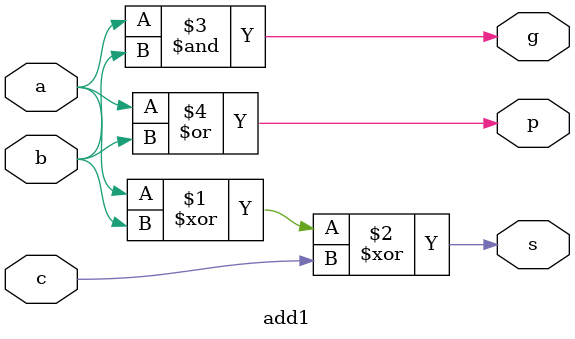
<source format=v>
module add1 (a,b,c,p,g,s);
	input a,b,c;
	output g,p,s;
	assign s = a ^ b ^ c;
	assign g = a & b;
	assign p = a | b;
endmodule

</source>
